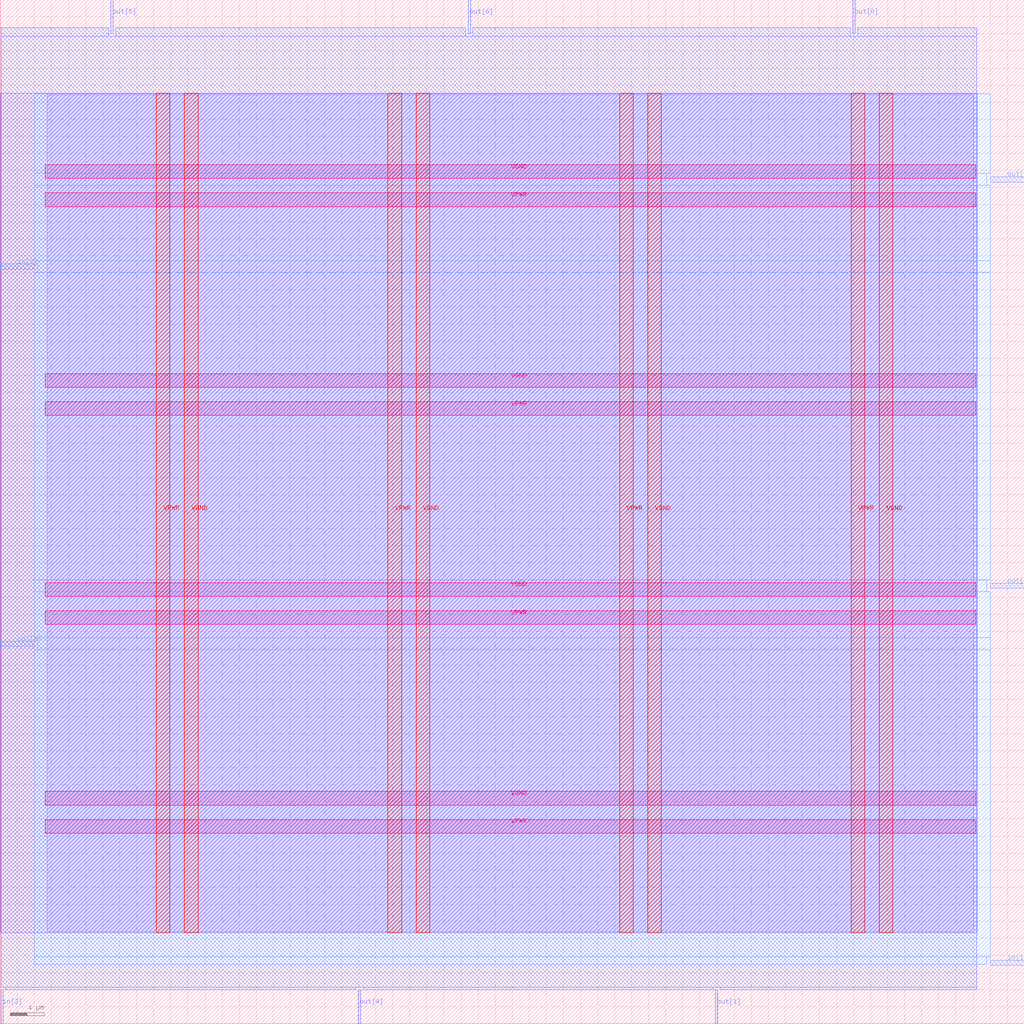
<source format=lef>
VERSION 5.7 ;
  NOWIREEXTENSIONATPIN ON ;
  DIVIDERCHAR "/" ;
  BUSBITCHARS "[]" ;
MACRO decoder3to8
  CLASS BLOCK ;
  FOREIGN decoder3to8 ;
  ORIGIN 0.000 0.000 ;
  SIZE 120.000 BY 120.000 ;
  PIN VGND
    DIRECTION INOUT ;
    USE GROUND ;
    PORT
      LAYER met4 ;
        RECT 21.590 10.640 23.190 109.040 ;
    END
    PORT
      LAYER met4 ;
        RECT 48.730 10.640 50.330 109.040 ;
    END
    PORT
      LAYER met4 ;
        RECT 75.870 10.640 77.470 109.040 ;
    END
    PORT
      LAYER met4 ;
        RECT 103.010 10.640 104.610 109.040 ;
    END
    PORT
      LAYER met5 ;
        RECT 5.280 25.620 114.320 27.220 ;
    END
    PORT
      LAYER met5 ;
        RECT 5.280 50.100 114.320 51.700 ;
    END
    PORT
      LAYER met5 ;
        RECT 5.280 74.580 114.320 76.180 ;
    END
    PORT
      LAYER met5 ;
        RECT 5.280 99.060 114.320 100.660 ;
    END
  END VGND
  PIN VPWR
    DIRECTION INOUT ;
    USE POWER ;
    PORT
      LAYER met4 ;
        RECT 18.290 10.640 19.890 109.040 ;
    END
    PORT
      LAYER met4 ;
        RECT 45.430 10.640 47.030 109.040 ;
    END
    PORT
      LAYER met4 ;
        RECT 72.570 10.640 74.170 109.040 ;
    END
    PORT
      LAYER met4 ;
        RECT 99.710 10.640 101.310 109.040 ;
    END
    PORT
      LAYER met5 ;
        RECT 5.280 22.320 114.320 23.920 ;
    END
    PORT
      LAYER met5 ;
        RECT 5.280 46.800 114.320 48.400 ;
    END
    PORT
      LAYER met5 ;
        RECT 5.280 71.280 114.320 72.880 ;
    END
    PORT
      LAYER met5 ;
        RECT 5.280 95.760 114.320 97.360 ;
    END
  END VPWR
  PIN in[0]
    DIRECTION INPUT ;
    USE SIGNAL ;
    ANTENNAGATEAREA 0.213000 ;
    PORT
      LAYER met3 ;
        RECT 0.000 88.440 4.000 89.040 ;
    END
  END in[0]
  PIN in[1]
    DIRECTION INPUT ;
    USE SIGNAL ;
    ANTENNAGATEAREA 0.213000 ;
    PORT
      LAYER met3 ;
        RECT 116.000 6.840 120.000 7.440 ;
    END
  END in[1]
  PIN in[2]
    DIRECTION INPUT ;
    USE SIGNAL ;
    ANTENNAGATEAREA 0.213000 ;
    PORT
      LAYER met2 ;
        RECT 0.090 0.000 0.370 4.000 ;
    END
  END in[2]
  PIN out[0]
    DIRECTION OUTPUT TRISTATE ;
    USE SIGNAL ;
    ANTENNADIFFAREA 0.445500 ;
    PORT
      LAYER met2 ;
        RECT 99.910 116.000 100.190 120.000 ;
    END
  END out[0]
  PIN out[1]
    DIRECTION OUTPUT TRISTATE ;
    USE SIGNAL ;
    ANTENNADIFFAREA 0.795200 ;
    PORT
      LAYER met2 ;
        RECT 83.810 0.000 84.090 4.000 ;
    END
  END out[1]
  PIN out[2]
    DIRECTION OUTPUT TRISTATE ;
    USE SIGNAL ;
    ANTENNADIFFAREA 0.795200 ;
    PORT
      LAYER met3 ;
        RECT 0.000 44.240 4.000 44.840 ;
    END
  END out[2]
  PIN out[3]
    DIRECTION OUTPUT TRISTATE ;
    USE SIGNAL ;
    ANTENNADIFFAREA 0.445500 ;
    PORT
      LAYER met3 ;
        RECT 116.000 98.640 120.000 99.240 ;
    END
  END out[3]
  PIN out[4]
    DIRECTION OUTPUT TRISTATE ;
    USE SIGNAL ;
    ANTENNADIFFAREA 0.795200 ;
    PORT
      LAYER met2 ;
        RECT 41.950 0.000 42.230 4.000 ;
    END
  END out[4]
  PIN out[5]
    DIRECTION OUTPUT TRISTATE ;
    USE SIGNAL ;
    ANTENNADIFFAREA 0.795200 ;
    PORT
      LAYER met2 ;
        RECT 12.970 116.000 13.250 120.000 ;
    END
  END out[5]
  PIN out[6]
    DIRECTION OUTPUT TRISTATE ;
    USE SIGNAL ;
    ANTENNADIFFAREA 0.795200 ;
    PORT
      LAYER met2 ;
        RECT 54.830 116.000 55.110 120.000 ;
    END
  END out[6]
  PIN out[7]
    DIRECTION OUTPUT TRISTATE ;
    USE SIGNAL ;
    ANTENNADIFFAREA 0.445500 ;
    PORT
      LAYER met3 ;
        RECT 116.000 51.040 120.000 51.640 ;
    END
  END out[7]
  OBS
      LAYER li1 ;
        RECT 5.520 10.795 114.080 108.885 ;
      LAYER met1 ;
        RECT 0.070 10.640 114.470 109.040 ;
      LAYER met2 ;
        RECT 0.100 115.720 12.690 116.690 ;
        RECT 13.530 115.720 54.550 116.690 ;
        RECT 55.390 115.720 99.630 116.690 ;
        RECT 100.470 115.720 114.450 116.690 ;
        RECT 0.100 4.280 114.450 115.720 ;
        RECT 0.650 4.000 41.670 4.280 ;
        RECT 42.510 4.000 83.530 4.280 ;
        RECT 84.370 4.000 114.450 4.280 ;
      LAYER met3 ;
        RECT 3.990 99.640 116.000 108.965 ;
        RECT 3.990 98.240 115.600 99.640 ;
        RECT 3.990 89.440 116.000 98.240 ;
        RECT 4.400 88.040 116.000 89.440 ;
        RECT 3.990 52.040 116.000 88.040 ;
        RECT 3.990 50.640 115.600 52.040 ;
        RECT 3.990 45.240 116.000 50.640 ;
        RECT 4.400 43.840 116.000 45.240 ;
        RECT 3.990 7.840 116.000 43.840 ;
        RECT 3.990 6.975 115.600 7.840 ;
  END
END decoder3to8
END LIBRARY


</source>
